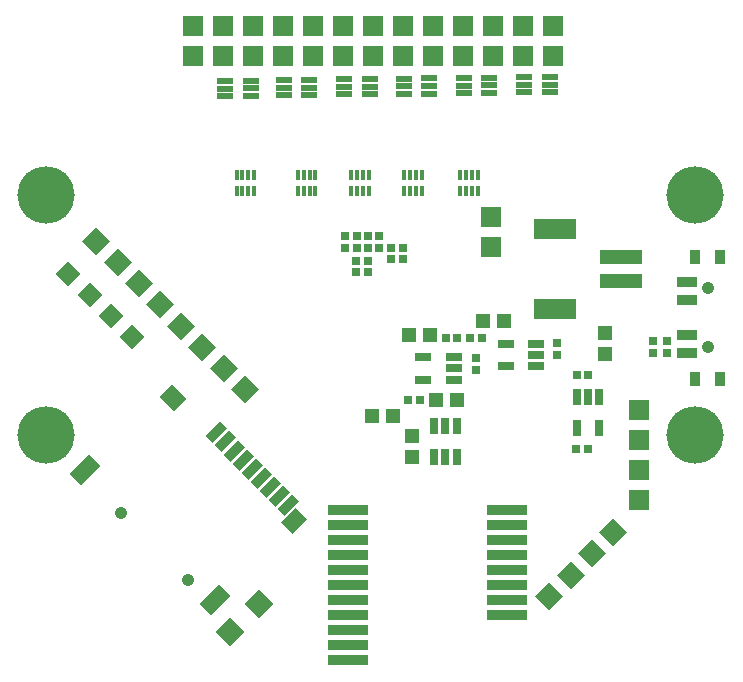
<source format=gbr>
%FSLAX25Y25*%
%MOIN*%
G04 EasyPC Gerber Version 18.0.8 Build 3632 *
%ADD71R,0.01600X0.03356*%
%ADD15R,0.02765X0.05324*%
%ADD17R,0.02962X0.05324*%
%ADD13R,0.03000X0.03000*%
%ADD73R,0.03800X0.04500*%
%ADD74R,0.04537X0.04891*%
%ADD14R,0.04540X0.04930*%
%ADD20R,0.06600X0.06600*%
%ADD24C,0.04200*%
%ADD10C,0.19100*%
%ADD18R,0.05200X0.02400*%
%ADD12R,0.05324X0.02962*%
%ADD11R,0.03000X0.03000*%
%ADD72R,0.06500X0.03400*%
%ADD22R,0.13800X0.03800*%
%ADD29R,0.14400X0.04500*%
%ADD19R,0.04891X0.04537*%
%ADD16R,0.04930X0.04540*%
%AMT26*0 Rectangle Pad at angle 45*21,1,0.06100,0.06900,0,0,45*%
%ADD26T26*%
%AMT21*0 Rectangle Pad at angle 45*21,1,0.06600,0.06600,0,0,45*%
%ADD21T21*%
%AMT70*0 Rectangle Pad at angle 45*21,1,0.06900,0.06900,0,0,45*%
%ADD70T70*%
%AMT23*0 Rectangle Pad at angle 135*21,1,0.03300,0.06900,0,0,135*%
%ADD23T23*%
%AMT27*0 Rectangle Pad at angle 135*21,1,0.05300,0.06900,0,0,135*%
%ADD27T27*%
%AMT25*0 Rectangle Pad at angle 135*21,1,0.05300,0.09300,0,0,135*%
%ADD25T25*%
%ADD28R,0.14000X0.06500*%
%AMT75*0 Rectangle Pad at angle 135*21,1,0.06100,0.06100,0,0,135*%
%ADD75T75*%
X0Y0D02*
D02*
D10*
X13250Y81050D03*
Y161050D03*
X229550Y81050D03*
Y161050D03*
D02*
D11*
X116450Y135350D03*
Y139150D03*
X120350Y135350D03*
Y139150D03*
X128250Y139750D03*
Y143550D03*
X132150Y139750D03*
Y143550D03*
X133950Y92850D03*
X137850D03*
X146350Y113350D03*
X150250D03*
X154450Y113250D03*
X158350D03*
X189950Y76351D03*
X190050Y101150D03*
X193850Y76351D03*
X193950Y101150D03*
D02*
D12*
X138808Y99510D03*
Y106990D03*
X149092Y99510D03*
Y103250D03*
Y106990D03*
X166308Y104010D03*
Y111490D03*
X176592Y104010D03*
Y107750D03*
Y111490D03*
D02*
D13*
X112850Y143550D03*
Y147450D03*
X116650Y143550D03*
Y147450D03*
X120450Y143550D03*
Y147450D03*
X124250Y143550D03*
Y147450D03*
X156350Y102750D03*
Y106650D03*
X183350Y107750D03*
Y111650D03*
X215550Y108350D03*
Y112250D03*
X220050Y108350D03*
Y112250D03*
D02*
D14*
X121950Y87550D03*
X128950D03*
X134150Y114350D03*
X141150D03*
X143250Y92650D03*
X150250D03*
D02*
D15*
X142510Y73832D03*
Y84068D03*
X146250Y73832D03*
Y84068D03*
X149990Y73832D03*
Y84068D03*
D02*
D16*
X135250Y73850D03*
Y80850D03*
D02*
D17*
X190110Y83308D03*
Y93592D03*
X193850D03*
X197590Y83308D03*
Y93592D03*
D02*
D18*
X72950Y194050D03*
Y196550D03*
Y199050D03*
X81550Y194050D03*
Y196609D03*
Y199168D03*
X92350Y194250D03*
Y196750D03*
Y199250D03*
X100950Y194250D03*
Y196809D03*
Y199368D03*
X112550Y194650D03*
Y197150D03*
Y199650D03*
X121150Y194650D03*
Y197209D03*
Y199768D03*
X132350Y194850D03*
Y197350D03*
Y199850D03*
X140950Y194850D03*
Y197409D03*
Y199968D03*
X152350Y195050D03*
Y197550D03*
Y200050D03*
X160950Y195050D03*
Y197609D03*
Y200168D03*
X172550Y195250D03*
Y197750D03*
Y200250D03*
X181150Y195250D03*
Y197809D03*
Y200368D03*
D02*
D19*
X158650Y119150D03*
X165650D03*
D02*
D70*
X74512Y15412D03*
X83988Y24888D03*
D02*
D71*
X76644Y162450D03*
Y167568D03*
X78613Y162450D03*
Y167568D03*
X80581Y162450D03*
Y167568D03*
X82550Y162450D03*
Y167568D03*
X97044Y162450D03*
Y167568D03*
X99013Y162450D03*
Y167568D03*
X100981Y162450D03*
Y167568D03*
X102950Y162450D03*
Y167568D03*
X114844Y162450D03*
Y167568D03*
X116813Y162450D03*
Y167568D03*
X118781Y162450D03*
Y167568D03*
X120750Y162450D03*
Y167568D03*
X132444Y162450D03*
Y167568D03*
X134413Y162450D03*
Y167568D03*
X136381Y162450D03*
Y167568D03*
X138350Y162450D03*
Y167568D03*
X151244Y162450D03*
Y167568D03*
X153213Y162450D03*
Y167568D03*
X155181Y162450D03*
Y167568D03*
X157150Y162450D03*
Y167568D03*
D02*
D20*
X62050Y207450D03*
Y217450D03*
X72050Y207450D03*
Y217450D03*
X82050Y207450D03*
Y217450D03*
X92050Y207450D03*
Y217450D03*
X102050Y207450D03*
Y217450D03*
X112050Y207450D03*
Y217450D03*
X122050Y207450D03*
Y217450D03*
X132050Y207450D03*
Y217450D03*
X142050Y207450D03*
Y217450D03*
X152050Y207450D03*
Y217450D03*
X161450Y143850D03*
Y153850D03*
X162050Y207450D03*
Y217450D03*
X172050Y207450D03*
Y217450D03*
X182050Y207450D03*
Y217450D03*
X210750Y59450D03*
Y69450D03*
Y79450D03*
Y89450D03*
D02*
D21*
X29901Y145799D03*
X36972Y138728D03*
X44043Y131657D03*
X51115Y124585D03*
X58185Y117515D03*
X65257Y110443D03*
X72328Y103372D03*
X79399Y96301D03*
X180937Y27437D03*
X188008Y34508D03*
X195079Y41579D03*
X202150Y48650D03*
D02*
D22*
X113950Y6050D03*
Y11050D03*
Y16050D03*
Y21050D03*
Y26050D03*
Y31050D03*
Y36050D03*
Y41050D03*
Y46050D03*
Y51050D03*
Y56050D03*
X166750Y21050D03*
Y26050D03*
Y31050D03*
Y36050D03*
Y41050D03*
Y46050D03*
Y51050D03*
Y56050D03*
D02*
D23*
X69631Y81976D03*
X72672Y78935D03*
X75712Y75895D03*
X78753Y72854D03*
X81793Y69814D03*
X84834Y66773D03*
X87874Y63733D03*
X90915Y60692D03*
X93956Y57652D03*
D02*
D24*
X38165Y55035D03*
X60439Y32761D03*
X233650Y110350D03*
Y129950D03*
D02*
D25*
X26215Y69248D03*
X69348Y26115D03*
D02*
D26*
X55418Y93502D03*
D02*
D27*
X95794Y52560D03*
D02*
D28*
X182750Y123150D03*
Y149650D03*
D02*
D29*
X204750Y132450D03*
Y140350D03*
D02*
D72*
X226750Y108350D03*
Y114250D03*
Y126050D03*
Y131950D03*
D02*
D73*
X229450Y99850D03*
Y140450D03*
X237850Y99850D03*
Y140450D03*
D02*
D74*
X199550Y108150D03*
Y115150D03*
D02*
D75*
X20615Y134785D03*
X27685Y127715D03*
X34757Y120643D03*
X41828Y113572D03*
X0Y0D02*
M02*

</source>
